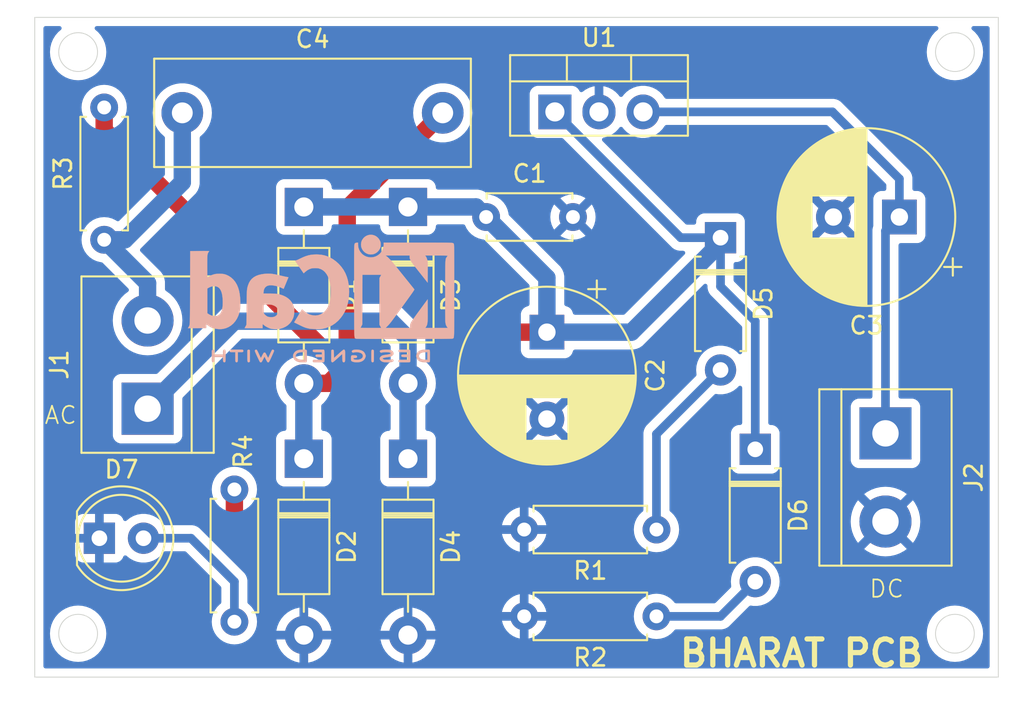
<source format=kicad_pcb>
(kicad_pcb (version 20240108) (generator "pcbnew") (generator_version "8.0")
  (layers (0 "F.Cu" signal) (31 "B.Cu" signal) (34 "B.Paste" user) (35 "F.Paste" user) (36 "B.SilkS" user "B.Silkscreen") (37 "F.SilkS" user "F.Silkscreen") (38 "B.Mask" user) (39 "F.Mask" user) (44 "Edge.Cuts" user))
  (net 0 "")
  (net 1 "Net-(D1-K)")
  (net 2 "GND")
  (net 3 "/5V")
  (net 4 "Net-(D1-A)")
  (net 5 "Net-(J1-Pin_2)")
  (net 6 "Net-(D3-A)")
  (net 7 "Net-(D5-A)")
  (net 8 "Net-(D6-A)")
  (net 9 "Net-(D7-A)")
  (footprint "Resistor_THT:R_Axial_DIN0207_L6.3mm_D2.5mm_P7.62mm_Horizontal" (layer "F.Cu") (at 89.5 69.81 90)
    (property "Reference" "R3" (at 3.81 -2.37 90) (layer "F.SilkS"))
    (property "Value" "1M")
    (pad "1" thru_hole circle (at 0 0 90) (size 1.6 1.6) (drill 0.8) (layers "*.Cu" "*.Mask") (net 5 "Net-(J1-Pin_2)"))
    (pad "2" thru_hole oval (at 7.62 0 90) (size 1.6 1.6) (drill 0.8) (layers "*.Cu" "*.Mask") (net 4 "Net-(D1-A)"))
  )
  (footprint "Diode_THT:D_A-405_P7.62mm_Horizontal" (layer "F.Cu") (at 127 81.88 -90)
    (property "Reference" "D6" (at 3.81 -2.47 90) (layer "F.SilkS"))
    (property "Value" "D_Zener")
    (pad "1" thru_hole rect (at 0 0 270) (size 1.8 1.8) (drill 0.9) (layers "*.Cu" "*.Mask") (net 1 "Net-(D1-K)"))
    (pad "2" thru_hole oval (at 7.62 0 270) (size 1.8 1.8) (drill 0.9) (layers "*.Cu" "*.Mask") (net 8 "Net-(D6-A)"))
  )
  (footprint "Capacitor_THT:CP_Radial_D10.0mm_P3.80mm" (layer "F.Cu") (at 135.3 68.5 180)
    (property "Reference" "C3" (at 1.9 -6.25 360) (layer "F.SilkS"))
    (property "Value" "470uf")
    (pad "1" thru_hole rect (at 0 0 180) (size 2 2) (drill 1) (layers "*.Cu" "*.Mask") (net 3 "/5V"))
    (pad "2" thru_hole circle (at 3.8 0 180) (size 2 2) (drill 1) (layers "*.Cu" "*.Mask") (net 2 "GND"))
  )
  (footprint "TerminalBlock:TerminalBlock_bornier-2_P5.08mm" (layer "F.Cu") (at 134.5 80.96 -90)
    (property "Reference" "J2" (at 2.54 -5.08 90) (layer "F.SilkS"))
    (property "Value" "Screw_Terminal_01x02")
    (pad "1" thru_hole rect (at 0 0 270) (size 3 3) (drill 1.52) (layers "*.Cu" "*.Mask") (net 3 "/5V"))
    (pad "2" thru_hole circle (at 5.08 0 270) (size 3 3) (drill 1.52) (layers "*.Cu" "*.Mask") (net 2 "GND"))
  )
  (footprint "Package_TO_SOT_THT:TO-220-3_Vertical" (layer "F.Cu") (at 115.46 62.445)
    (property "Reference" "U1" (at 2.54 -4.27 0) (layer "F.SilkS"))
    (property "Value" "LM7805_TO220")
    (pad "1" thru_hole rect (at 0 0) (size 1.905 2) (drill 1.1) (layers "*.Cu" "*.Mask") (net 1 "Net-(D1-K)"))
    (pad "2" thru_hole oval (at 2.54 0) (size 1.905 2) (drill 1.1) (layers "*.Cu" "*.Mask") (net 2 "GND"))
    (pad "3" thru_hole oval (at 5.08 0) (size 1.905 2) (drill 1.1) (layers "*.Cu" "*.Mask") (net 3 "/5V"))
  )
  (footprint "Resistor_THT:R_Axial_DIN0207_L6.3mm_D2.5mm_P7.62mm_Horizontal" (layer "F.Cu") (at 121.31 91.5 180)
    (property "Reference" "R2" (at 3.81 -2.37 360) (layer "F.SilkS"))
    (property "Value" "20k")
    (pad "1" thru_hole circle (at 0 0 180) (size 1.6 1.6) (drill 0.8) (layers "*.Cu" "*.Mask") (net 8 "Net-(D6-A)"))
    (pad "2" thru_hole oval (at 7.62 0 180) (size 1.6 1.6) (drill 0.8) (layers "*.Cu" "*.Mask") (net 2 "GND"))
  )
  (footprint "Diode_THT:D_DO-41_SOD81_P10.16mm_Horizontal" (layer "F.Cu") (at 107 82.42 -90)
    (property "Reference" "D4" (at 5.08 -2.47 90) (layer "F.SilkS"))
    (property "Value" "1N4007")
    (pad "1" thru_hole rect (at 0 0 270) (size 2.2 2.2) (drill 1.1) (layers "*.Cu" "*.Mask") (net 6 "Net-(D3-A)"))
    (pad "2" thru_hole oval (at 10.16 0 270) (size 2.2 2.2) (drill 1.1) (layers "*.Cu" "*.Mask") (net 2 "GND"))
  )
  (footprint "Resistor_THT:R_Axial_DIN0207_L6.3mm_D2.5mm_P7.62mm_Horizontal" (layer "F.Cu") (at 121.31 86.5 180)
    (property "Reference" "R1" (at 3.81 -2.37 360) (layer "F.SilkS"))
    (property "Value" "20k")
    (pad "1" thru_hole circle (at 0 0 180) (size 1.6 1.6) (drill 0.8) (layers "*.Cu" "*.Mask") (net 7 "Net-(D5-A)"))
    (pad "2" thru_hole oval (at 7.62 0 180) (size 1.6 1.6) (drill 0.8) (layers "*.Cu" "*.Mask") (net 2 "GND"))
  )
  (footprint "Diode_THT:D_DO-41_SOD81_P10.16mm_Horizontal" (layer "F.Cu") (at 101 82.42 -90)
    (property "Reference" "D2" (at 5.08 -2.47 90) (layer "F.SilkS"))
    (property "Value" "1N4007")
    (pad "1" thru_hole rect (at 0 0 270) (size 2.2 2.2) (drill 1.1) (layers "*.Cu" "*.Mask") (net 4 "Net-(D1-A)"))
    (pad "2" thru_hole oval (at 10.16 0 270) (size 2.2 2.2) (drill 1.1) (layers "*.Cu" "*.Mask") (net 2 "GND"))
  )
  (footprint "LED_THT:LED_D5.0mm" (layer "F.Cu") (at 89.225 87)
    (property "Reference" "D7" (at 1.27 -3.96 0) (layer "F.SilkS"))
    (property "Value" "LED")
    (pad "1" thru_hole rect (at 0 0) (size 1.8 1.8) (drill 0.9) (layers "*.Cu" "*.Mask") (net 2 "GND"))
    (pad "2" thru_hole circle (at 2.54 0) (size 1.8 1.8) (drill 0.9) (layers "*.Cu" "*.Mask") (net 9 "Net-(D7-A)"))
  )
  (footprint "Resistor_THT:R_Axial_DIN0207_L6.3mm_D2.5mm_P7.62mm_Horizontal" (layer "F.Cu") (at 97 84.19 -90)
    (property "Reference" "R4" (at -2.19 -0.5 90) (layer "F.SilkS"))
    (property "Value" "2.2k")
    (pad "1" thru_hole circle (at 0 0 270) (size 1.6 1.6) (drill 0.8) (layers "*.Cu" "*.Mask") (net 1 "Net-(D1-K)"))
    (pad "2" thru_hole oval (at 7.62 0 270) (size 1.6 1.6) (drill 0.8) (layers "*.Cu" "*.Mask") (net 9 "Net-(D7-A)"))
  )
  (footprint "TerminalBlock:TerminalBlock_bornier-2_P5.08mm" (layer "F.Cu") (at 92 79.54 90)
    (property "Reference" "J1" (at 2.54 -5.08 90) (layer "F.SilkS"))
    (property "Value" "Screw_Terminal_01x02")
    (pad "1" thru_hole rect (at 0 0 90) (size 3 3) (drill 1.52) (layers "*.Cu" "*.Mask") (net 6 "Net-(D3-A)"))
    (pad "2" thru_hole circle (at 5.08 0 90) (size 3 3) (drill 1.52) (layers "*.Cu" "*.Mask") (net 5 "Net-(J1-Pin_2)"))
  )
  (footprint "Diode_THT:D_DO-41_SOD81_P10.16mm_Horizontal" (layer "F.Cu") (at 101 67.92 -90)
    (property "Reference" "D1" (at 5.08 -2.47 90) (layer "F.SilkS"))
    (property "Value" "1N4007")
    (pad "1" thru_hole rect (at 0 0 270) (size 2.2 2.2) (drill 1.1) (layers "*.Cu" "*.Mask") (net 1 "Net-(D1-K)"))
    (pad "2" thru_hole oval (at 10.16 0 270) (size 2.2 2.2) (drill 1.1) (layers "*.Cu" "*.Mask") (net 4 "Net-(D1-A)"))
  )
  (footprint "Capacitor_THT:C_Rect_L18.0mm_W6.0mm_P15.00mm_FKS3_FKP3" (layer "F.Cu") (at 94 62.5)
    (property "Reference" "C4" (at 7.5 -4.25 0) (layer "F.SilkS"))
    (property "Value" "225k/2.2uf")
    (pad "1" thru_hole circle (at 0 0) (size 2.4 2.4) (drill 1.2) (layers "*.Cu" "*.Mask") (net 5 "Net-(J1-Pin_2)"))
    (pad "2" thru_hole circle (at 15 0) (size 2.4 2.4) (drill 1.2) (layers "*.Cu" "*.Mask") (net 4 "Net-(D1-A)"))
  )
  (footprint "Capacitor_THT:CP_Radial_D10.0mm_P5.00mm" (layer "F.Cu") (at 115 75.132323 -90)
    (property "Reference" "C2" (at 2.5 -6.25 90) (layer "F.SilkS"))
    (property "Value" "1000uf")
    (pad "1" thru_hole rect (at 0 0 270) (size 2 2) (drill 1) (layers "*.Cu" "*.Mask") (net 1 "Net-(D1-K)"))
    (pad "2" thru_hole circle (at 5 0 270) (size 2 2) (drill 1) (layers "*.Cu" "*.Mask") (net 2 "GND"))
  )
  (footprint "Capacitor_THT:C_Disc_D4.7mm_W2.5mm_P5.00mm" (layer "F.Cu") (at 111.5 68.5)
    (property "Reference" "C1" (at 2.5 -2.5 0) (layer "F.SilkS"))
    (property "Value" "0.1uf")
    (pad "1" thru_hole circle (at 0 0) (size 1.6 1.6) (drill 0.8) (layers "*.Cu" "*.Mask") (net 1 "Net-(D1-K)"))
    (pad "2" thru_hole circle (at 5 0) (size 1.6 1.6) (drill 0.8) (layers "*.Cu" "*.Mask") (net 2 "GND"))
  )
  (footprint "Diode_THT:D_DO-41_SOD81_P10.16mm_Horizontal" (layer "F.Cu") (at 107 67.92 -90)
    (property "Reference" "D3" (at 5.08 -2.47 90) (layer "F.SilkS"))
    (property "Value" "1N4007")
    (pad "1" thru_hole rect (at 0 0 270) (size 2.2 2.2) (drill 1.1) (layers "*.Cu" "*.Mask") (net 1 "Net-(D1-K)"))
    (pad "2" thru_hole oval (at 10.16 0 270) (size 2.2 2.2) (drill 1.1) (layers "*.Cu" "*.Mask") (net 6 "Net-(D3-A)"))
  )
  (footprint "Diode_THT:D_A-405_P7.62mm_Horizontal" (layer "F.Cu") (at 125 69.69 -90)
    (property "Reference" "D5" (at 3.81 -2.47 90) (layer "F.SilkS"))
    (property "Value" "D_Zener")
    (pad "1" thru_hole rect (at 0 0 270) (size 1.8 1.8) (drill 0.9) (layers "*.Cu" "*.Mask") (net 1 "Net-(D1-K)"))
    (pad "2" thru_hole oval (at 7.62 0 270) (size 1.8 1.8) (drill 0.9) (layers "*.Cu" "*.Mask") (net 7 "Net-(D5-A)"))
  )
  (footprint "Symbol:KiCad-Logo2_6mm_SilkScreen" (layer "B.Cu") (at 102 72.5 180)
    (property "Reference" "REF**" (hide yes))
    (property "Value" "KiCad-Logo2_6mm_SilkScreen" (hide yes))
  )
  (gr_circle (center 138.5 59) (end 139 60) (stroke (width 0.05)) (fill none) (layer "Edge.Cuts"))
  (gr_rect (start 85.5 57) (end 141 95) (stroke (width 0.05)) (fill none) (layer "Edge.Cuts"))
  (gr_circle (center 88 59) (end 88.5 60) (stroke (width 0.05)) (fill none) (layer "Edge.Cuts"))
  (gr_circle (center 88 92.5) (end 88.5 93.5) (stroke (width 0.05)) (fill none) (layer "Edge.Cuts"))
  (gr_circle (center 138.5 92.5) (end 139 93.5) (stroke (width 0.05)) (fill none) (layer "Edge.Cuts"))
  (gr_text "DC" (at 133.5 90.5 0) (layer "F.SilkS") (effects (font (size 1 1) (thickness 0.1)) (justify left bottom)))
  (gr_text "BHARAT PCB" (at 122.5 94.5 0) (layer "F.SilkS") (effects (font (size 1.5 1.5) (thickness 0.3) (bold yes)) (justify left bottom)))
  (gr_text "AC" (at 86 80.5 0) (layer "F.SilkS") (effects (font (size 1 1) (thickness 0.1)) (justify left bottom)))
  (segment (start 99.5 87) (end 97 87) (width 1) (layer "F.Cu") (net 1))
  (segment (start 111 88.5) (end 101 88.5) (width 1) (layer "F.Cu") (net 1))
  (segment (start 97 87) (end 97 84.19) (width 1) (layer "F.Cu") (net 1))
  (segment (start 112.867677 75.132323) (end 111 77) (width 1) (layer "F.Cu") (net 1))
  (segment (start 111 77) (end 111 88.5) (width 1) (layer "F.Cu") (net 1))
  (segment (start 115 75.132323) (end 112.867677 75.132323) (width 1) (layer "F.Cu") (net 1))
  (segment (start 101 88.5) (end 99.5 87) (width 1) (layer "F.Cu") (net 1))
  (segment (start 107 67.92) (end 110.92 67.92) (width 1) (layer "B.Cu") (net 1))
  (segment (start 127 74.5) (end 127 81.88) (width 0.5) (layer "B.Cu") (net 1))
  (segment (start 110.92 67.92) (end 111.5 68.5) (width 1) (layer "B.Cu") (net 1))
  (segment (start 125 70) (end 125 69.69) (width 1) (layer "B.Cu") (net 1))
  (segment (start 125 69.69) (end 122.705 69.69) (width 0.5) (layer "B.Cu") (net 1))
  (segment (start 111.5 68.5) (end 115 72) (width 1) (layer "B.Cu") (net 1))
  (segment (start 125 72.5) (end 127 74.5) (width 0.5) (layer "B.Cu") (net 1))
  (segment (start 119.867677 75.132323) (end 125 70) (width 1) (layer "B.Cu") (net 1))
  (segment (start 122.705 69.69) (end 115.46 62.445) (width 0.5) (layer "B.Cu") (net 1))
  (segment (start 115 72) (end 115 75.132323) (width 1) (layer "B.Cu") (net 1))
  (segment (start 115 75.132323) (end 119.867677 75.132323) (width 1) (layer "B.Cu") (net 1))
  (segment (start 125 69.69) (end 125 72.5) (width 0.5) (layer "B.Cu") (net 1))
  (segment (start 101 67.92) (end 107 67.92) (width 1) (layer "B.Cu") (net 1))
  (segment (start 134.5 69.3) (end 135.3 68.5) (width 0.5) (layer "B.Cu") (net 3))
  (segment (start 135.3 66.3) (end 131.445 62.445) (width 0.5) (layer "B.Cu") (net 3))
  (segment (start 131.445 62.445) (end 120.54 62.445) (width 0.5) (layer "B.Cu") (net 3))
  (segment (start 135.3 68.5) (end 135.3 66.3) (width 0.5) (layer "B.Cu") (net 3))
  (segment (start 134.5 80.96) (end 134.5 69.3) (width 0.5) (layer "B.Cu") (net 3))
  (segment (start 103 77) (end 103.5 77) (width 1) (layer "F.Cu") (net 4))
  (segment (start 89.5 62.19) (end 89.5 63.5) (width 1) (layer "F.Cu") (net 4))
  (segment (start 103.5 77) (end 102.42 78.08) (width 1) (layer "F.Cu") (net 4))
  (segment (start 109 62.5) (end 103.5 68) (width 1) (layer "F.Cu") (net 4))
  (segment (start 103.5 68) (end 103.5 77) (width 1) (layer "F.Cu") (net 4))
  (segment (start 89.5 63.5) (end 103 77) (width 1) (layer "F.Cu") (net 4))
  (segment (start 102.42 78.08) (end 101 78.08) (width 1) (layer "F.Cu") (net 4))
  (segment (start 101 82.42) (end 101 78.08) (width 1) (layer "B.Cu") (net 4))
  (segment (start 92 74.46) (end 92 72.31) (width 1) (layer "B.Cu") (net 5))
  (segment (start 92 72.31) (end 89.5 69.81) (width 1) (layer "B.Cu") (net 5))
  (segment (start 89.5 69.81) (end 90.69 69.81) (width 1) (layer "B.Cu") (net 5))
  (segment (start 94 66.5) (end 94 62.5) (width 1) (layer "B.Cu") (net 5))
  (segment (start 90.69 69.81) (end 94 66.5) (width 1) (layer "B.Cu") (net 5))
  (segment (start 106 74.5) (end 107 75.5) (width 1) (layer "B.Cu") (net 6))
  (segment (start 107 75.5) (end 107 78.08) (width 1) (layer "B.Cu") (net 6))
  (segment (start 92 79.5) (end 97 74.5) (width 1) (layer "B.Cu") (net 6))
  (segment (start 107 82.42) (end 107 78.08) (width 1) (layer "B.Cu") (net 6))
  (segment (start 97 74.5) (end 106 74.5) (width 1) (layer "B.Cu") (net 6))
  (segment (start 92 79.54) (end 92 79.5) (width 1) (layer "B.Cu") (net 6))
  (segment (start 121.31 81) (end 121.31 86.5) (width 0.5) (layer "B.Cu") (net 7))
  (segment (start 125 77.31) (end 121.31 81) (width 0.5) (layer "B.Cu") (net 7))
  (segment (start 125 91.5) (end 127 89.5) (width 0.5) (layer "B.Cu") (net 8))
  (segment (start 121.31 91.5) (end 125 91.5) (width 0.5) (layer "B.Cu") (net 8))
  (segment (start 97 89.5) (end 94.5 87) (width 0.5) (layer "B.Cu") (net 9))
  (segment (start 94.5 87) (end 91.765 87) (width 0.5) (layer "B.Cu") (net 9))
  (segment (start 97 91.81) (end 97 89.5) (width 0.5) (layer "B.Cu") (net 9))
  (zone (net 2) (net_name "GND") (layer "B.Cu") (connect_pads (clearance 0.5)) (min_thickness 0.25) (fill yes (thermal_gap 0.5) (thermal_bridge_width 0.5))
    (polygon (pts (xy 83.5 56) (xy 142.5 56) (xy 142.5 96.5) (xy 84 96)))
  )
)
</source>
